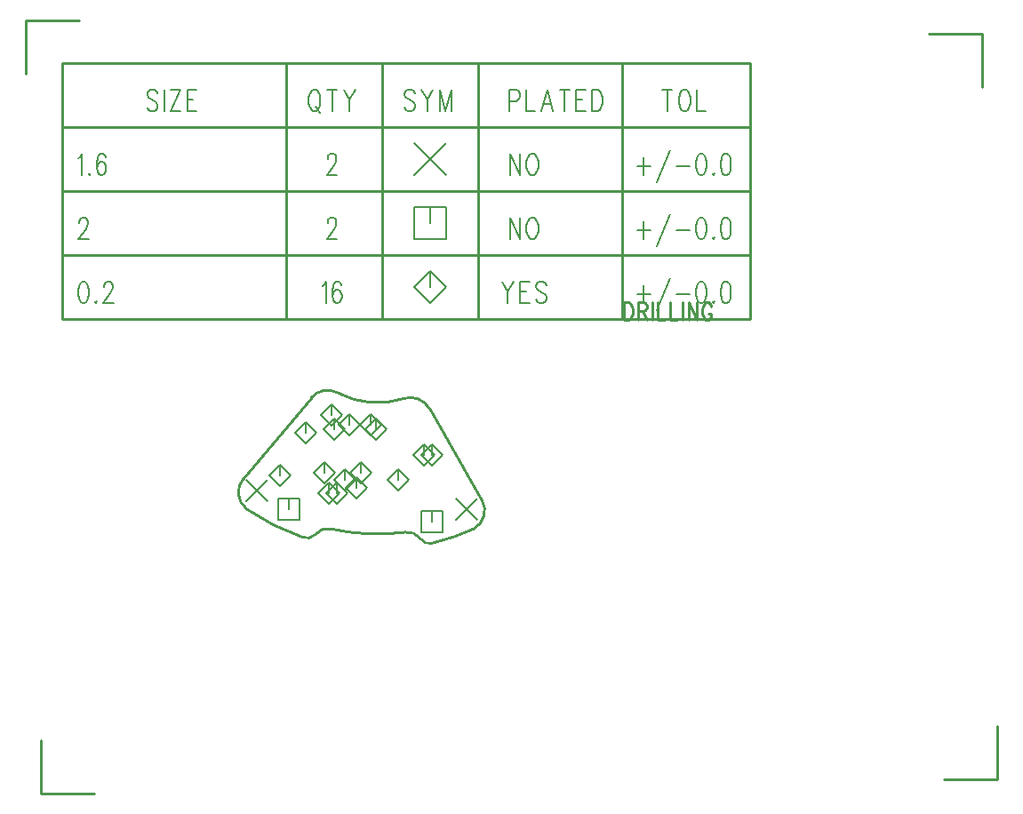
<source format=gbr>
*
*
G04 PADS 9.3 Build Number: 433611 generated Gerber (RS-274-X) file*
G04 PC Version=2.1*
*
%IN "LCORE_2.pcb"*%
*
%MOIN*%
*
%FSLAX35Y35*%
*
*
*
*
G04 PC Standard Apertures*
*
*
G04 Thermal Relief Aperture macro.*
%AMTER*
1,1,$1,0,0*
1,0,$1-$2,0,0*
21,0,$3,$4,0,0,45*
21,0,$3,$4,0,0,135*
%
*
*
G04 Annular Aperture macro.*
%AMANN*
1,1,$1,0,0*
1,0,$2,0,0*
%
*
*
G04 Odd Aperture macro.*
%AMODD*
1,1,$1,0,0*
1,0,$1-0.005,0,0*
%
*
*
G04 PC Custom Aperture Macros*
*
*
*
*
*
*
G04 PC Aperture Table*
*
%ADD010C,0.001*%
%ADD012C,0.01*%
%ADD017C,0.008*%
*
*
*
*
G04 PC Circuitry*
G04 Layer Name LCORE_2.pcb - circuitry*
%LPD*%
*
*
G04 PC Custom Flashes*
G04 Layer Name LCORE_2.pcb - flashes*
%LPD*%
*
*
G04 PC Circuitry*
G04 Layer Name LCORE_2.pcb - circuitry*
%LPD*%
*
G54D10*
G54D12*
G01X2042253Y1639169D02*
Y1632606D01*
Y1639169D02*
X2043844D01*
X2044525Y1638856*
X2044980Y1638231*
X2045207Y1637606*
X2045434Y1636669*
Y1635106*
X2045207Y1634169*
X2044980Y1633544*
X2044525Y1632919*
X2043844Y1632606*
X2042253*
X2047480Y1639169D02*
Y1632606D01*
Y1639169D02*
X2049525D01*
X2050207Y1638856*
X2050434Y1638544*
X2050662Y1637919*
Y1637294*
X2050434Y1636669*
X2050207Y1636356*
X2049525Y1636044*
X2047480*
X2049071D02*
X2050662Y1632606D01*
X2052707Y1639169D02*
Y1632606D01*
X2054753Y1639169D02*
Y1632606D01*
X2057480*
X2059525Y1639169D02*
Y1632606D01*
X2062253*
X2064298Y1639169D02*
Y1632606D01*
X2066344Y1639169D02*
Y1632606D01*
Y1639169D02*
X2069525Y1632606D01*
Y1639169D02*
Y1632606D01*
X2074980Y1637606D02*
X2074753Y1638231D01*
X2074298Y1638856*
X2073844Y1639169*
X2072934*
X2072480Y1638856*
X2072025Y1638231*
X2071798Y1637606*
X2071571Y1636669*
Y1635106*
X2071798Y1634169*
X2072025Y1633544*
X2072480Y1632919*
X2072934Y1632606*
X2073844*
X2074298Y1632919*
X2074753Y1633544*
X2074980Y1634169*
Y1635106*
X2073844D02*
X2074980D01*
X1900788Y1561558D02*
G75*
G03X1921809Y1551031I48934J71466D01*
G01X1921827Y1551025D02*
G03X1926389Y1552091I1471J3999D01*
G01X1932249Y1554225D02*
G03X1926391Y1552092I-1336J-5442D01*
G01X1932289Y1554216D02*
G03X1960292Y1552993I17468J78795D01*
G01X1965815Y1550567D02*
G03X1960269Y1552990I-4781J-3386D01*
G01X1965819Y1550561D02*
G03X1970341Y1548880I3345J2074D01*
G01X1970380Y1548889D02*
G03X1985922Y1554286I-20514J84150D01*
G01X1985913Y1554281D02*
G03X1988944Y1564993I-3840J6872D01*
G01X1988940Y1564999D02*
X1969016Y1599606D01*
X1969018Y1599603D02*
G03X1959686Y1603148I-6910J-4135D01*
G01X1934880Y1605240D02*
G03X1959709Y1603156I14835J27784D01*
G01X1934845Y1605259D02*
G03X1924876Y1603376I-3866J-6861D01*
G01X1924879Y1603379D02*
X1899587Y1573281D01*
X1899585Y1573278D02*
G03X1900763Y1561574I5923J-5315D01*
G01X1837791Y1744944D02*
X1817791D01*
Y1724944*
X1823603Y1475056D02*
Y1455056D01*
X1843603*
X2162209Y1460312D02*
X2182209D01*
Y1480312*
X2176373Y1719944D02*
Y1739944D01*
X2156373*
X1831623Y1729000D02*
X2089623D01*
X1831623Y1705000D02*
X2089623D01*
X1831623Y1681000D02*
X2089623D01*
X1831623Y1657000D02*
X2089623D01*
X1831623Y1633000D02*
X2089623D01*
X1831623Y1729000D02*
Y1633000D01*
X1915623Y1729000D02*
Y1633000D01*
X1951623Y1729000D02*
Y1633000D01*
X1987623Y1729000D02*
Y1633000D01*
X2041623Y1729000D02*
Y1633000D01*
X2089623Y1729000D02*
Y1633000D01*
G54D17*
X1966112Y1552942D02*
X1974112D01*
Y1560942*
X1966112*
Y1552942*
X1970112Y1556942D02*
Y1560942D01*
X1912456Y1557636D02*
X1920456D01*
Y1565636*
X1912456*
Y1557636*
X1916456Y1561636D02*
Y1565636D01*
X1900569Y1564500D02*
X1908569Y1572500D01*
X1900569D02*
X1908569Y1564500D01*
X1979010Y1557637D02*
X1987010Y1565637D01*
X1979010D02*
X1987010Y1557637D01*
X1931623Y1563449D02*
X1935623Y1567449D01*
X1931623Y1571449*
X1927623Y1567449*
X1931623Y1563449*
Y1567449D02*
Y1571449D01*
X1934575Y1563449D02*
X1938575Y1567449D01*
X1934575Y1571449*
X1930575Y1567449*
X1934575Y1563449*
Y1567449D02*
Y1571449D01*
X1941859Y1565614D02*
X1945859Y1569614D01*
X1941859Y1573614*
X1937859Y1569614*
X1941859Y1565614*
Y1569614D02*
Y1573614D01*
X1937528Y1568567D02*
X1941528Y1572567D01*
X1937528Y1576567*
X1933528Y1572567*
X1937528Y1568567*
Y1572567D02*
Y1576567D01*
X1957410Y1568764D02*
X1961410Y1572764D01*
X1957410Y1576764*
X1953410Y1572764*
X1957410Y1568764*
Y1572764D02*
Y1576764D01*
X1913316Y1570142D02*
X1917316Y1574142D01*
X1913316Y1578142*
X1909316Y1574142*
X1913316Y1570142*
Y1574142D02*
Y1578142D01*
X1922764Y1586283D02*
X1926764Y1590283D01*
X1922764Y1594283*
X1918764Y1590283*
X1922764Y1586283*
Y1590283D02*
Y1594283D01*
X1933591Y1587661D02*
X1937591Y1591661D01*
X1933591Y1595661*
X1929591Y1591661*
X1933591Y1587661*
Y1591661D02*
Y1595661D01*
X1929851Y1571323D02*
X1933851Y1575323D01*
X1929851Y1579323*
X1925851Y1575323*
X1929851Y1571323*
Y1575323D02*
Y1579323D01*
X1939300Y1589433D02*
X1943300Y1593433D01*
X1939300Y1597433*
X1935300Y1593433*
X1939300Y1589433*
Y1593433D02*
Y1597433D01*
X1947174Y1589433D02*
X1951174Y1593433D01*
X1947174Y1597433*
X1943174Y1593433*
X1947174Y1589433*
Y1593433D02*
Y1597433D01*
X1949142Y1587465D02*
X1953142Y1591465D01*
X1949142Y1595465*
X1945142Y1591465*
X1949142Y1587465*
Y1591465D02*
Y1595465D01*
X1943434Y1571323D02*
X1947434Y1575323D01*
X1943434Y1579323*
X1939434Y1575323*
X1943434Y1571323*
Y1575323D02*
Y1579323D01*
X1967056Y1578016D02*
X1971056Y1582016D01*
X1967056Y1586016*
X1963056Y1582016*
X1967056Y1578016*
Y1582016D02*
Y1586016D01*
X1970205Y1578016D02*
X1974205Y1582016D01*
X1970205Y1586016*
X1966205Y1582016*
X1970205Y1578016*
Y1582016D02*
Y1586016D01*
X1932607Y1592976D02*
X1936607Y1596976D01*
X1932607Y1600976*
X1928607Y1596976*
X1932607Y1592976*
Y1596976D02*
Y1600976D01*
X1867223Y1717750D02*
X1866677Y1718500D01*
X1865859Y1718875*
X1864768*
X1863950Y1718500*
X1863405Y1717750*
Y1717000*
X1863677Y1716250*
X1863950Y1715875*
X1864495Y1715500*
X1866132Y1714750*
X1866677Y1714375*
X1866950Y1714000*
X1867223Y1713250*
Y1712125*
X1866677Y1711375*
X1865859Y1711000*
X1864768*
X1863950Y1711375*
X1863405Y1712125*
X1869677Y1718875D02*
Y1711000D01*
X1875950Y1718875D02*
X1872132Y1711000D01*
Y1718875D02*
X1875950D01*
X1872132Y1711000D02*
X1875950D01*
X1878405Y1718875D02*
Y1711000D01*
Y1718875D02*
X1881950D01*
X1878405Y1715125D02*
X1880586D01*
X1878405Y1711000D02*
X1881950D01*
X1925586Y1718875D02*
X1925041Y1718500D01*
X1924495Y1717750*
X1924223Y1717000*
X1923950Y1715875*
Y1714000*
X1924223Y1712875*
X1924495Y1712125*
X1925041Y1711375*
X1925586Y1711000*
X1926677*
X1927223Y1711375*
X1927768Y1712125*
X1928041Y1712875*
X1928314Y1714000*
Y1715875*
X1928041Y1717000*
X1927768Y1717750*
X1927223Y1718500*
X1926677Y1718875*
X1925586*
X1926405Y1712500D02*
X1928041Y1710250D01*
X1932677Y1718875D02*
Y1711000D01*
X1930768Y1718875D02*
X1934586D01*
X1937041D02*
X1939223Y1715125D01*
Y1711000*
X1941405Y1718875D02*
X1939223Y1715125D01*
X1963768Y1717750D02*
X1963223Y1718500D01*
X1962405Y1718875*
X1961314*
X1960495Y1718500*
X1959950Y1717750*
Y1717000*
X1960223Y1716250*
X1960495Y1715875*
X1961041Y1715500*
X1962677Y1714750*
X1963223Y1714375*
X1963495Y1714000*
X1963768Y1713250*
Y1712125*
X1963223Y1711375*
X1962405Y1711000*
X1961314*
X1960495Y1711375*
X1959950Y1712125*
X1966223Y1718875D02*
X1968405Y1715125D01*
Y1711000*
X1970586Y1718875D02*
X1968405Y1715125D01*
X1973041Y1718875D02*
Y1711000D01*
Y1718875D02*
X1975223Y1711000D01*
X1977405Y1718875D02*
X1975223Y1711000D01*
X1977405Y1718875D02*
Y1711000D01*
X1999223Y1718875D02*
Y1711000D01*
Y1718875D02*
X2001677D01*
X2002495Y1718500*
X2002768Y1718125*
X2003041Y1717375*
Y1716250*
X2002768Y1715500*
X2002495Y1715125*
X2001677Y1714750*
X1999223*
X2005495Y1718875D02*
Y1711000D01*
X2008768*
X2013405Y1718875D02*
X2011223Y1711000D01*
X2013405Y1718875D02*
X2015586Y1711000D01*
X2012041Y1713625D02*
X2014768D01*
X2019950Y1718875D02*
Y1711000D01*
X2018041Y1718875D02*
X2021859D01*
X2024314D02*
Y1711000D01*
Y1718875D02*
X2027859D01*
X2024314Y1715125D02*
X2026495D01*
X2024314Y1711000D02*
X2027859D01*
X2030314Y1718875D02*
Y1711000D01*
Y1718875D02*
X2032223D01*
X2033041Y1718500*
X2033586Y1717750*
X2033859Y1717000*
X2034132Y1715875*
Y1714000*
X2033859Y1712875*
X2033586Y1712125*
X2033041Y1711375*
X2032223Y1711000*
X2030314*
X2058405Y1718875D02*
Y1711000D01*
X2056495Y1718875D02*
X2060314D01*
X2064405D02*
X2063859Y1718500D01*
X2063314Y1717750*
X2063041Y1717000*
X2062768Y1715875*
Y1714000*
X2063041Y1712875*
X2063314Y1712125*
X2063859Y1711375*
X2064405Y1711000*
X2065495*
X2066041Y1711375*
X2066586Y1712125*
X2066859Y1712875*
X2067132Y1714000*
Y1715875*
X2066859Y1717000*
X2066586Y1717750*
X2066041Y1718500*
X2065495Y1718875*
X2064405*
X2069586D02*
Y1711000D01*
X2072859*
X1837623Y1693375D02*
X1838168Y1693750D01*
X1838986Y1694875*
Y1687000*
X1841714Y1687750D02*
X1841441Y1687375D01*
X1841714Y1687000*
X1841986Y1687375*
X1841714Y1687750*
X1847714Y1693750D02*
X1847441Y1694500D01*
X1846623Y1694875*
X1846077*
X1845259Y1694500*
X1844714Y1693375*
X1844441Y1691500*
Y1689625*
X1844714Y1688125*
X1845259Y1687375*
X1846077Y1687000*
X1846350*
X1847168Y1687375*
X1847714Y1688125*
X1847986Y1689250*
Y1689625*
X1847714Y1690750*
X1847168Y1691500*
X1846350Y1691875*
X1846077*
X1845259Y1691500*
X1844714Y1690750*
X1844441Y1689625*
X1931041Y1693000D02*
Y1693375D01*
X1931314Y1694125*
X1931586Y1694500*
X1932132Y1694875*
X1933223*
X1933768Y1694500*
X1934041Y1694125*
X1934314Y1693375*
Y1692625*
X1934041Y1691875*
X1933495Y1690750*
X1930768Y1687000*
X1934586*
X1963623D02*
X1975623Y1699000D01*
X1963623D02*
X1975623Y1687000D01*
X1999359Y1694875D02*
Y1687000D01*
Y1694875D02*
X2003177Y1687000D01*
Y1694875D02*
Y1687000D01*
X2007268Y1694875D02*
X2006723Y1694500D01*
X2006177Y1693750*
X2005905Y1693000*
X2005632Y1691875*
Y1690000*
X2005905Y1688875*
X2006177Y1688125*
X2006723Y1687375*
X2007268Y1687000*
X2008359*
X2008905Y1687375*
X2009450Y1688125*
X2009723Y1688875*
X2009995Y1690000*
Y1691875*
X2009723Y1693000*
X2009450Y1693750*
X2008905Y1694500*
X2008359Y1694875*
X2007268*
X2049541Y1693750D02*
Y1687000D01*
X2047086Y1690375D02*
X2051995D01*
X2059359Y1696375D02*
X2054450Y1684375D01*
X2061814Y1690375D02*
X2066723D01*
X2070814Y1694875D02*
X2069995Y1694500D01*
X2069450Y1693375*
X2069177Y1691500*
Y1690375*
X2069450Y1688500*
X2069995Y1687375*
X2070814Y1687000*
X2071359*
X2072177Y1687375*
X2072723Y1688500*
X2072995Y1690375*
Y1691500*
X2072723Y1693375*
X2072177Y1694500*
X2071359Y1694875*
X2070814*
X2075723Y1687750D02*
X2075450Y1687375D01*
X2075723Y1687000*
X2075995Y1687375*
X2075723Y1687750*
X2080086Y1694875D02*
X2079268Y1694500D01*
X2078723Y1693375*
X2078450Y1691500*
Y1690375*
X2078723Y1688500*
X2079268Y1687375*
X2080086Y1687000*
X2080632*
X2081450Y1687375*
X2081995Y1688500*
X2082268Y1690375*
Y1691500*
X2081995Y1693375*
X2081450Y1694500*
X2080632Y1694875*
X2080086*
X1837895Y1669000D02*
Y1669375D01*
X1838168Y1670125*
X1838441Y1670500*
X1838986Y1670875*
X1840077*
X1840623Y1670500*
X1840895Y1670125*
X1841168Y1669375*
Y1668625*
X1840895Y1667875*
X1840350Y1666750*
X1837623Y1663000*
X1841441*
X1931041Y1669000D02*
Y1669375D01*
X1931314Y1670125*
X1931586Y1670500*
X1932132Y1670875*
X1933223*
X1933768Y1670500*
X1934041Y1670125*
X1934314Y1669375*
Y1668625*
X1934041Y1667875*
X1933495Y1666750*
X1930768Y1663000*
X1934586*
X1963623D02*
X1975623D01*
Y1675000*
X1963623*
Y1663000*
X1969623Y1669000D02*
Y1675000D01*
X1999359Y1670875D02*
Y1663000D01*
Y1670875D02*
X2003177Y1663000D01*
Y1670875D02*
Y1663000D01*
X2007268Y1670875D02*
X2006723Y1670500D01*
X2006177Y1669750*
X2005905Y1669000*
X2005632Y1667875*
Y1666000*
X2005905Y1664875*
X2006177Y1664125*
X2006723Y1663375*
X2007268Y1663000*
X2008359*
X2008905Y1663375*
X2009450Y1664125*
X2009723Y1664875*
X2009995Y1666000*
Y1667875*
X2009723Y1669000*
X2009450Y1669750*
X2008905Y1670500*
X2008359Y1670875*
X2007268*
X2049541Y1669750D02*
Y1663000D01*
X2047086Y1666375D02*
X2051995D01*
X2059359Y1672375D02*
X2054450Y1660375D01*
X2061814Y1666375D02*
X2066723D01*
X2070814Y1670875D02*
X2069995Y1670500D01*
X2069450Y1669375*
X2069177Y1667500*
Y1666375*
X2069450Y1664500*
X2069995Y1663375*
X2070814Y1663000*
X2071359*
X2072177Y1663375*
X2072723Y1664500*
X2072995Y1666375*
Y1667500*
X2072723Y1669375*
X2072177Y1670500*
X2071359Y1670875*
X2070814*
X2075723Y1663750D02*
X2075450Y1663375D01*
X2075723Y1663000*
X2075995Y1663375*
X2075723Y1663750*
X2080086Y1670875D02*
X2079268Y1670500D01*
X2078723Y1669375*
X2078450Y1667500*
Y1666375*
X2078723Y1664500*
X2079268Y1663375*
X2080086Y1663000*
X2080632*
X2081450Y1663375*
X2081995Y1664500*
X2082268Y1666375*
Y1667500*
X2081995Y1669375*
X2081450Y1670500*
X2080632Y1670875*
X2080086*
X1839259Y1646875D02*
X1838441Y1646500D01*
X1837895Y1645375*
X1837623Y1643500*
Y1642375*
X1837895Y1640500*
X1838441Y1639375*
X1839259Y1639000*
X1839805*
X1840623Y1639375*
X1841168Y1640500*
X1841441Y1642375*
Y1643500*
X1841168Y1645375*
X1840623Y1646500*
X1839805Y1646875*
X1839259*
X1844168Y1639750D02*
X1843895Y1639375D01*
X1844168Y1639000*
X1844441Y1639375*
X1844168Y1639750*
X1847168Y1645000D02*
Y1645375D01*
X1847441Y1646125*
X1847714Y1646500*
X1848259Y1646875*
X1849350*
X1849895Y1646500*
X1850168Y1646125*
X1850441Y1645375*
Y1644625*
X1850168Y1643875*
X1849623Y1642750*
X1846895Y1639000*
X1850714*
X1928995Y1645375D02*
X1929541Y1645750D01*
X1930359Y1646875*
Y1639000*
X1936086Y1645750D02*
X1935814Y1646500D01*
X1934995Y1646875*
X1934450*
X1933632Y1646500*
X1933086Y1645375*
X1932814Y1643500*
Y1641625*
X1933086Y1640125*
X1933632Y1639375*
X1934450Y1639000*
X1934723*
X1935541Y1639375*
X1936086Y1640125*
X1936359Y1641250*
Y1641625*
X1936086Y1642750*
X1935541Y1643500*
X1934723Y1643875*
X1934450*
X1933632Y1643500*
X1933086Y1642750*
X1932814Y1641625*
X1969623Y1639000D02*
X1975623Y1645000D01*
X1969623Y1651000*
X1963623Y1645000*
X1969623Y1639000*
Y1645000D02*
Y1651000D01*
X1996359Y1646875D02*
X1998541Y1643125D01*
Y1639000*
X2000723Y1646875D02*
X1998541Y1643125D01*
X2003177Y1646875D02*
Y1639000D01*
Y1646875D02*
X2006723D01*
X2003177Y1643125D02*
X2005359D01*
X2003177Y1639000D02*
X2006723D01*
X2012995Y1645750D02*
X2012450Y1646500D01*
X2011632Y1646875*
X2010541*
X2009723Y1646500*
X2009177Y1645750*
Y1645000*
X2009450Y1644250*
X2009723Y1643875*
X2010268Y1643500*
X2011905Y1642750*
X2012450Y1642375*
X2012723Y1642000*
X2012995Y1641250*
Y1640125*
X2012450Y1639375*
X2011632Y1639000*
X2010541*
X2009723Y1639375*
X2009177Y1640125*
X2049541Y1645750D02*
Y1639000D01*
X2047086Y1642375D02*
X2051995D01*
X2059359Y1648375D02*
X2054450Y1636375D01*
X2061814Y1642375D02*
X2066723D01*
X2070814Y1646875D02*
X2069995Y1646500D01*
X2069450Y1645375*
X2069177Y1643500*
Y1642375*
X2069450Y1640500*
X2069995Y1639375*
X2070814Y1639000*
X2071359*
X2072177Y1639375*
X2072723Y1640500*
X2072995Y1642375*
Y1643500*
X2072723Y1645375*
X2072177Y1646500*
X2071359Y1646875*
X2070814*
X2075723Y1639750D02*
X2075450Y1639375D01*
X2075723Y1639000*
X2075995Y1639375*
X2075723Y1639750*
X2080086Y1646875D02*
X2079268Y1646500D01*
X2078723Y1645375*
X2078450Y1643500*
Y1642375*
X2078723Y1640500*
X2079268Y1639375*
X2080086Y1639000*
X2080632*
X2081450Y1639375*
X2081995Y1640500*
X2082268Y1642375*
Y1643500*
X2081995Y1645375*
X2081450Y1646500*
X2080632Y1646875*
X2080086*
G74*
X0Y0D02*
M02*

</source>
